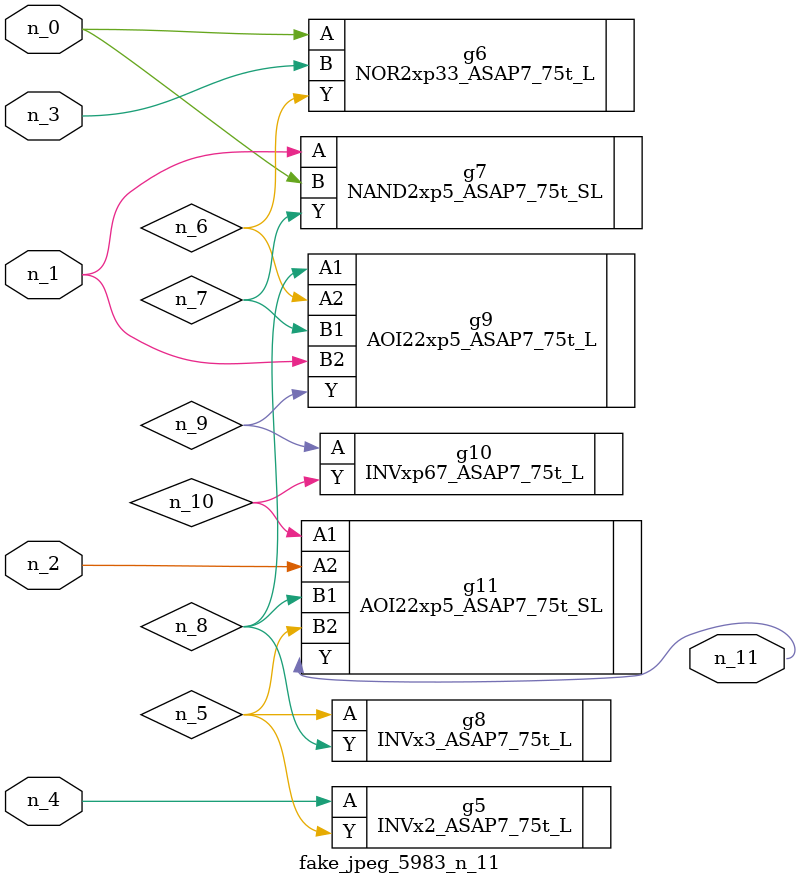
<source format=v>
module fake_jpeg_5983_n_11 (n_3, n_2, n_1, n_0, n_4, n_11);

input n_3;
input n_2;
input n_1;
input n_0;
input n_4;

output n_11;

wire n_10;
wire n_8;
wire n_9;
wire n_6;
wire n_5;
wire n_7;

INVx2_ASAP7_75t_L g5 ( 
.A(n_4),
.Y(n_5)
);

NOR2xp33_ASAP7_75t_L g6 ( 
.A(n_0),
.B(n_3),
.Y(n_6)
);

NAND2xp5_ASAP7_75t_SL g7 ( 
.A(n_1),
.B(n_0),
.Y(n_7)
);

INVx3_ASAP7_75t_L g8 ( 
.A(n_5),
.Y(n_8)
);

AOI22xp5_ASAP7_75t_L g9 ( 
.A1(n_8),
.A2(n_6),
.B1(n_7),
.B2(n_1),
.Y(n_9)
);

INVxp67_ASAP7_75t_L g10 ( 
.A(n_9),
.Y(n_10)
);

AOI22xp5_ASAP7_75t_SL g11 ( 
.A1(n_10),
.A2(n_2),
.B1(n_8),
.B2(n_5),
.Y(n_11)
);


endmodule
</source>
